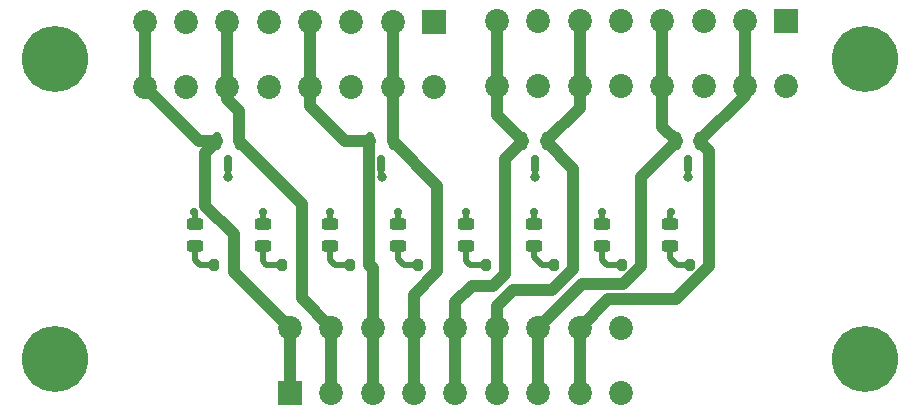
<source format=gtl>
G04 #@! TF.GenerationSoftware,KiCad,Pcbnew,7.0.7*
G04 #@! TF.CreationDate,2023-09-05T00:06:28-07:00*
G04 #@! TF.ProjectId,Solenoid Board Ground Systems V1.1,536f6c65-6e6f-4696-9420-426f61726420,rev?*
G04 #@! TF.SameCoordinates,Original*
G04 #@! TF.FileFunction,Copper,L1,Top*
G04 #@! TF.FilePolarity,Positive*
%FSLAX46Y46*%
G04 Gerber Fmt 4.6, Leading zero omitted, Abs format (unit mm)*
G04 Created by KiCad (PCBNEW 7.0.7) date 2023-09-05 00:06:28*
%MOMM*%
%LPD*%
G01*
G04 APERTURE LIST*
G04 Aperture macros list*
%AMRoundRect*
0 Rectangle with rounded corners*
0 $1 Rounding radius*
0 $2 $3 $4 $5 $6 $7 $8 $9 X,Y pos of 4 corners*
0 Add a 4 corners polygon primitive as box body*
4,1,4,$2,$3,$4,$5,$6,$7,$8,$9,$2,$3,0*
0 Add four circle primitives for the rounded corners*
1,1,$1+$1,$2,$3*
1,1,$1+$1,$4,$5*
1,1,$1+$1,$6,$7*
1,1,$1+$1,$8,$9*
0 Add four rect primitives between the rounded corners*
20,1,$1+$1,$2,$3,$4,$5,0*
20,1,$1+$1,$4,$5,$6,$7,0*
20,1,$1+$1,$6,$7,$8,$9,0*
20,1,$1+$1,$8,$9,$2,$3,0*%
G04 Aperture macros list end*
G04 #@! TA.AperFunction,ComponentPad*
%ADD10R,2.025000X2.025000*%
G04 #@! TD*
G04 #@! TA.AperFunction,ComponentPad*
%ADD11C,2.025000*%
G04 #@! TD*
G04 #@! TA.AperFunction,SMDPad,CuDef*
%ADD12RoundRect,0.243750X-0.456250X0.243750X-0.456250X-0.243750X0.456250X-0.243750X0.456250X0.243750X0*%
G04 #@! TD*
G04 #@! TA.AperFunction,SMDPad,CuDef*
%ADD13RoundRect,0.200000X-0.200000X-0.275000X0.200000X-0.275000X0.200000X0.275000X-0.200000X0.275000X0*%
G04 #@! TD*
G04 #@! TA.AperFunction,ComponentPad*
%ADD14C,3.600000*%
G04 #@! TD*
G04 #@! TA.AperFunction,ConnectorPad*
%ADD15C,5.600000*%
G04 #@! TD*
G04 #@! TA.AperFunction,SMDPad,CuDef*
%ADD16RoundRect,0.150000X-0.150000X0.587500X-0.150000X-0.587500X0.150000X-0.587500X0.150000X0.587500X0*%
G04 #@! TD*
G04 #@! TA.AperFunction,ViaPad*
%ADD17C,0.800000*%
G04 #@! TD*
G04 #@! TA.AperFunction,ViaPad*
%ADD18C,0.700000*%
G04 #@! TD*
G04 #@! TA.AperFunction,Conductor*
%ADD19C,1.000000*%
G04 #@! TD*
G04 #@! TA.AperFunction,Conductor*
%ADD20C,0.500000*%
G04 #@! TD*
G04 APERTURE END LIST*
D10*
X61310000Y-28610000D03*
D11*
X61310000Y-34110000D03*
X57810000Y-28610000D03*
X57810000Y-34110000D03*
X54310000Y-28610000D03*
X54310000Y-34110000D03*
X50810000Y-28610000D03*
X50810000Y-34110000D03*
X47310000Y-28610000D03*
X47310000Y-34110000D03*
X43810000Y-28610000D03*
X43810000Y-34110000D03*
X40310000Y-28610000D03*
X40310000Y-34110000D03*
X36810000Y-28610000D03*
X36810000Y-34110000D03*
D12*
X81304287Y-45752500D03*
X81304287Y-47627500D03*
D13*
X77200713Y-49180000D03*
X78850713Y-49180000D03*
D14*
X97790000Y-31750000D03*
D15*
X97790000Y-31750000D03*
D13*
X42679287Y-49180000D03*
X44329287Y-49180000D03*
D14*
X29210000Y-31750000D03*
D15*
X29210000Y-31750000D03*
D13*
X71447142Y-49180000D03*
X73097142Y-49180000D03*
D16*
X57786666Y-38742500D03*
X55886666Y-38742500D03*
X56836666Y-40617500D03*
D10*
X91120000Y-28570000D03*
D11*
X91120000Y-34070000D03*
X87620000Y-28570000D03*
X87620000Y-34070000D03*
X84120000Y-28570000D03*
X84120000Y-34070000D03*
X80620000Y-28570000D03*
X80620000Y-34070000D03*
X77120000Y-28570000D03*
X77120000Y-34070000D03*
X73620000Y-28570000D03*
X73620000Y-34070000D03*
X70120000Y-28570000D03*
X70120000Y-34070000D03*
X66620000Y-28570000D03*
X66620000Y-34070000D03*
D13*
X54186429Y-49180000D03*
X55836429Y-49180000D03*
D16*
X70773332Y-38742500D03*
X68873332Y-38742500D03*
X69823332Y-40617500D03*
D12*
X75550713Y-45752500D03*
X75550713Y-47627500D03*
D13*
X59940000Y-49180000D03*
X61590000Y-49180000D03*
D16*
X44800000Y-38742500D03*
X42900000Y-38742500D03*
X43850000Y-40617500D03*
D12*
X69797142Y-45752500D03*
X69797142Y-47627500D03*
X52536429Y-45752500D03*
X52536429Y-47627500D03*
D13*
X82954287Y-49180000D03*
X84604287Y-49180000D03*
D16*
X83760000Y-38742500D03*
X81860000Y-38742500D03*
X82810000Y-40617500D03*
D13*
X65693571Y-49180000D03*
X67343571Y-49180000D03*
D14*
X29210000Y-57150000D03*
D15*
X29210000Y-57150000D03*
D12*
X41029287Y-45752500D03*
X41029287Y-47627500D03*
X64043571Y-45752500D03*
X64043571Y-47627500D03*
X58290000Y-45752500D03*
X58290000Y-47627500D03*
D14*
X97790000Y-57150000D03*
D15*
X97790000Y-57150000D03*
D10*
X49120000Y-60060000D03*
D11*
X49120000Y-54560000D03*
X52620000Y-60060000D03*
X52620000Y-54560000D03*
X56120000Y-60060000D03*
X56120000Y-54560000D03*
X59620000Y-60060000D03*
X59620000Y-54560000D03*
X63120000Y-60060000D03*
X63120000Y-54560000D03*
X66620000Y-60060000D03*
X66620000Y-54560000D03*
X70120000Y-60060000D03*
X70120000Y-54560000D03*
X73620000Y-60060000D03*
X73620000Y-54560000D03*
X77120000Y-60060000D03*
X77120000Y-54560000D03*
D13*
X48432858Y-49180000D03*
X50082858Y-49180000D03*
D12*
X46782858Y-45752500D03*
X46782858Y-47627500D03*
D17*
X69840000Y-41760000D03*
D18*
X46790000Y-44740000D03*
D17*
X56935929Y-41770000D03*
D18*
X81340000Y-44715000D03*
X58265000Y-44740000D03*
X52515000Y-44715000D03*
X41015000Y-44740000D03*
X69790000Y-44715000D03*
X64040000Y-44740000D03*
D17*
X43860000Y-41750000D03*
X82810000Y-41760000D03*
D18*
X75540000Y-44740000D03*
D19*
X87620000Y-34882500D02*
X83760000Y-38742500D01*
X76070000Y-52110000D02*
X81772079Y-52110000D01*
X73620000Y-54560000D02*
X76070000Y-52110000D01*
X73620000Y-54560000D02*
X73620000Y-60060000D01*
X81772079Y-52110000D02*
X84604287Y-49277792D01*
X87620000Y-28570000D02*
X87620000Y-34070000D01*
X87620000Y-34070000D02*
X87620000Y-34882500D01*
X84604287Y-49277792D02*
X84604287Y-49180000D01*
X84604287Y-39586787D02*
X84604287Y-49180000D01*
X83760000Y-38742500D02*
X84604287Y-39586787D01*
D20*
X82954287Y-49180000D02*
X81880000Y-49180000D01*
X81304287Y-48604287D02*
X81304287Y-47627500D01*
X81880000Y-49180000D02*
X81304287Y-48604287D01*
D19*
X80620000Y-28570000D02*
X80620000Y-34070000D01*
X70120000Y-60060000D02*
X70120000Y-54560000D01*
X81860000Y-38742500D02*
X78850713Y-41751787D01*
X77308505Y-50820000D02*
X73860000Y-50820000D01*
X80620000Y-34070000D02*
X80620000Y-37502500D01*
X78850713Y-49180000D02*
X78850713Y-49277792D01*
X80620000Y-37502500D02*
X81860000Y-38742500D01*
X73860000Y-50820000D02*
X70120000Y-54560000D01*
X78850713Y-41751787D02*
X78850713Y-49180000D01*
X78850713Y-49277792D02*
X77308505Y-50820000D01*
X66620000Y-60060000D02*
X66620000Y-54560000D01*
X70773332Y-38742500D02*
X73097142Y-41066310D01*
X73097142Y-49180000D02*
X73097142Y-49532858D01*
X73620000Y-28570000D02*
X73620000Y-34070000D01*
X73620000Y-35895832D02*
X70773332Y-38742500D01*
X73097142Y-41066310D02*
X73097142Y-49180000D01*
X73097142Y-49532858D02*
X71300000Y-51330000D01*
X66620000Y-52710000D02*
X68000000Y-51330000D01*
X73620000Y-34070000D02*
X73620000Y-35895832D01*
X71300000Y-51330000D02*
X68000000Y-51330000D01*
X66620000Y-54560000D02*
X66620000Y-52710000D01*
D20*
X75550713Y-48750713D02*
X75550713Y-47627500D01*
X75980000Y-49180000D02*
X75550713Y-48750713D01*
X77200713Y-49180000D02*
X75980000Y-49180000D01*
D19*
X63120000Y-52360000D02*
X64510000Y-50970000D01*
X63120000Y-60060000D02*
X63120000Y-54560000D01*
X66620000Y-28570000D02*
X66620000Y-34070000D01*
X63120000Y-54560000D02*
X63120000Y-52360000D01*
X67343571Y-49956429D02*
X67343571Y-49180000D01*
X66620000Y-34070000D02*
X66620000Y-36489168D01*
X64510000Y-50970000D02*
X66330000Y-50970000D01*
X66330000Y-50970000D02*
X67343571Y-49956429D01*
X68873332Y-38742500D02*
X67343571Y-40272261D01*
X67343571Y-40272261D02*
X67343571Y-49956429D01*
X66620000Y-36489168D02*
X68873332Y-38742500D01*
D20*
X71447142Y-49180000D02*
X70455000Y-49180000D01*
X69797142Y-48522142D02*
X69797142Y-47627500D01*
X70455000Y-49180000D02*
X69797142Y-48522142D01*
D19*
X61590000Y-42545834D02*
X61590000Y-49180000D01*
X57810000Y-38719166D02*
X57786666Y-38742500D01*
X61590000Y-49180000D02*
X61590000Y-49760000D01*
X59620000Y-54560000D02*
X59620000Y-60060000D01*
X59620000Y-51730000D02*
X59620000Y-54560000D01*
X57810000Y-34110000D02*
X57810000Y-38719166D01*
X61590000Y-49760000D02*
X59620000Y-51730000D01*
X57786666Y-38742500D02*
X61590000Y-42545834D01*
X57810000Y-28610000D02*
X57810000Y-34110000D01*
D20*
X64330000Y-49180000D02*
X64043571Y-48893571D01*
X64043571Y-48893571D02*
X64043571Y-47627500D01*
X65693571Y-49180000D02*
X64330000Y-49180000D01*
X59940000Y-49180000D02*
X58780000Y-49180000D01*
X58780000Y-49180000D02*
X58290000Y-48690000D01*
X58290000Y-48690000D02*
X58290000Y-47627500D01*
D19*
X55836429Y-49180000D02*
X55836429Y-40580000D01*
X56120000Y-60060000D02*
X56120000Y-54560000D01*
X56120000Y-54560000D02*
X56120000Y-49463571D01*
X55836429Y-40580000D02*
X55836429Y-38792737D01*
X53802500Y-38742500D02*
X55886666Y-38742500D01*
X50810000Y-34110000D02*
X50810000Y-35750000D01*
X56120000Y-49463571D02*
X55836429Y-49180000D01*
X50810000Y-35750000D02*
X53802500Y-38742500D01*
X50810000Y-28610000D02*
X50810000Y-34110000D01*
X55836429Y-38792737D02*
X55886666Y-38742500D01*
X43810000Y-28610000D02*
X43810000Y-34110000D01*
X52620000Y-54560000D02*
X52620000Y-60060000D01*
X43810000Y-35150000D02*
X44820000Y-36160000D01*
X44820000Y-38722500D02*
X44800000Y-38742500D01*
X50082858Y-49180000D02*
X50082858Y-44025358D01*
X50082858Y-44025358D02*
X44800000Y-38742500D01*
X44820000Y-36160000D02*
X44820000Y-38722500D01*
X43810000Y-34110000D02*
X43810000Y-35150000D01*
X50082858Y-52022858D02*
X52620000Y-54560000D01*
X50082858Y-49180000D02*
X50082858Y-52022858D01*
X49120000Y-54560000D02*
X49120000Y-60060000D01*
X36810000Y-28610000D02*
X36810000Y-34110000D01*
X44329287Y-49180000D02*
X44329287Y-49769287D01*
X41950000Y-44190075D02*
X41950000Y-39692500D01*
X41442500Y-38742500D02*
X42900000Y-38742500D01*
X44329287Y-46569362D02*
X41950000Y-44190075D01*
X44329287Y-49769287D02*
X49120000Y-54560000D01*
X41950000Y-39692500D02*
X42900000Y-38742500D01*
X36810000Y-34110000D02*
X41442500Y-38742500D01*
X44329287Y-49180000D02*
X44329287Y-46569362D01*
D20*
X52955000Y-49180000D02*
X52536429Y-48761429D01*
X54186429Y-49180000D02*
X52955000Y-49180000D01*
X52536429Y-48761429D02*
X52536429Y-47627500D01*
X46782858Y-48857858D02*
X46782858Y-47627500D01*
X48432858Y-49180000D02*
X47105000Y-49180000D01*
X47105000Y-49180000D02*
X46782858Y-48857858D01*
X42679287Y-49180000D02*
X41455000Y-49180000D01*
X41455000Y-49180000D02*
X41029287Y-48754287D01*
X41029287Y-48754287D02*
X41029287Y-47627500D01*
X58290000Y-45752500D02*
X58290000Y-44765000D01*
X75550713Y-44750713D02*
X75540000Y-44740000D01*
X82810000Y-40617500D02*
X82810000Y-41760000D01*
X69823332Y-40617500D02*
X69823332Y-41743332D01*
X58290000Y-44765000D02*
X58265000Y-44740000D01*
X41029287Y-44754287D02*
X41015000Y-44740000D01*
X64043571Y-45752500D02*
X64043571Y-44743571D01*
X43850000Y-40617500D02*
X43850000Y-41740000D01*
X43850000Y-41740000D02*
X43860000Y-41750000D01*
X46782858Y-44747142D02*
X46790000Y-44740000D01*
X52536429Y-44736429D02*
X52515000Y-44715000D01*
X41029287Y-45752500D02*
X41029287Y-44754287D01*
X56836666Y-40617500D02*
X56836666Y-41670737D01*
X69823332Y-41743332D02*
X69840000Y-41760000D01*
X56836666Y-41670737D02*
X56935929Y-41770000D01*
X81304287Y-44750713D02*
X81340000Y-44715000D01*
X52536429Y-45752500D02*
X52536429Y-44736429D01*
X69797142Y-45752500D02*
X69797142Y-44722142D01*
X81304287Y-45752500D02*
X81304287Y-44750713D01*
X69797142Y-44722142D02*
X69790000Y-44715000D01*
X64043571Y-44743571D02*
X64040000Y-44740000D01*
X75550713Y-45752500D02*
X75550713Y-44750713D01*
X46782858Y-45752500D02*
X46782858Y-44747142D01*
M02*

</source>
